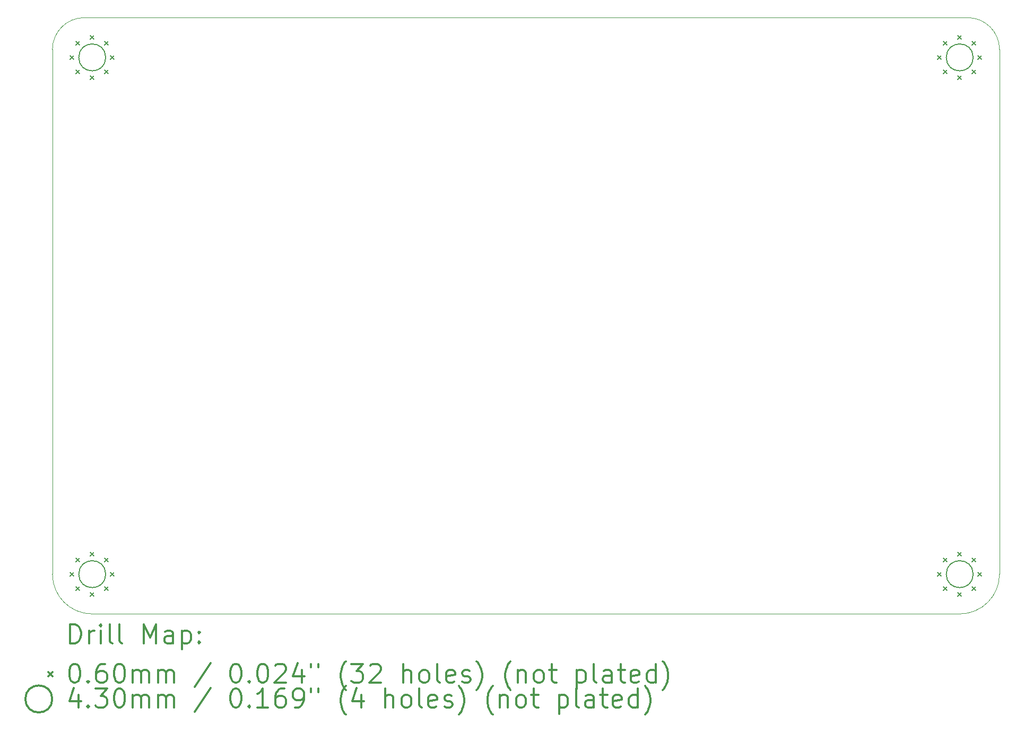
<source format=gbr>
%FSLAX45Y45*%
G04 Gerber Fmt 4.5, Leading zero omitted, Abs format (unit mm)*
G04 Created by KiCad (PCBNEW (5.1.8)-1) date 2021-01-13 10:36:35*
%MOMM*%
%LPD*%
G01*
G04 APERTURE LIST*
%TA.AperFunction,Profile*%
%ADD10C,0.050000*%
%TD*%
%ADD11C,0.200000*%
%ADD12C,0.300000*%
G04 APERTURE END LIST*
D10*
X13335000Y-1778000D02*
X13335000Y-10160000D01*
X27940000Y-1270000D02*
X13843000Y-1270000D01*
X28448000Y-1778000D02*
X28448000Y-10160000D01*
X13970000Y-10795000D02*
X27813000Y-10795000D01*
X13335000Y-1778000D02*
G75*
G02*
X13843000Y-1270000I508000J0D01*
G01*
X27940000Y-1270000D02*
G75*
G02*
X28448000Y-1778000I0J-508000D01*
G01*
X13970000Y-10795000D02*
G75*
G02*
X13335000Y-10160000I0J635000D01*
G01*
X28448000Y-10160000D02*
G75*
G02*
X27813000Y-10795000I-635000J0D01*
G01*
D11*
X13617500Y-1875000D02*
X13677500Y-1935000D01*
X13677500Y-1875000D02*
X13617500Y-1935000D01*
X13711958Y-1646958D02*
X13771958Y-1706958D01*
X13771958Y-1646958D02*
X13711958Y-1706958D01*
X13711958Y-2103042D02*
X13771958Y-2163042D01*
X13771958Y-2103042D02*
X13711958Y-2163042D01*
X13940000Y-1552500D02*
X14000000Y-1612500D01*
X14000000Y-1552500D02*
X13940000Y-1612500D01*
X13940000Y-2197500D02*
X14000000Y-2257500D01*
X14000000Y-2197500D02*
X13940000Y-2257500D01*
X14168042Y-1646958D02*
X14228042Y-1706958D01*
X14228042Y-1646958D02*
X14168042Y-1706958D01*
X14168042Y-2103042D02*
X14228042Y-2163042D01*
X14228042Y-2103042D02*
X14168042Y-2163042D01*
X14262500Y-1875000D02*
X14322500Y-1935000D01*
X14322500Y-1875000D02*
X14262500Y-1935000D01*
X27460500Y-10130000D02*
X27520500Y-10190000D01*
X27520500Y-10130000D02*
X27460500Y-10190000D01*
X27554958Y-9901958D02*
X27614958Y-9961958D01*
X27614958Y-9901958D02*
X27554958Y-9961958D01*
X27554958Y-10358042D02*
X27614958Y-10418042D01*
X27614958Y-10358042D02*
X27554958Y-10418042D01*
X27783000Y-9807500D02*
X27843000Y-9867500D01*
X27843000Y-9807500D02*
X27783000Y-9867500D01*
X27783000Y-10452500D02*
X27843000Y-10512500D01*
X27843000Y-10452500D02*
X27783000Y-10512500D01*
X28011042Y-9901958D02*
X28071042Y-9961958D01*
X28071042Y-9901958D02*
X28011042Y-9961958D01*
X28011042Y-10358042D02*
X28071042Y-10418042D01*
X28071042Y-10358042D02*
X28011042Y-10418042D01*
X28105500Y-10130000D02*
X28165500Y-10190000D01*
X28165500Y-10130000D02*
X28105500Y-10190000D01*
X27460500Y-1875000D02*
X27520500Y-1935000D01*
X27520500Y-1875000D02*
X27460500Y-1935000D01*
X27554958Y-1646958D02*
X27614958Y-1706958D01*
X27614958Y-1646958D02*
X27554958Y-1706958D01*
X27554958Y-2103042D02*
X27614958Y-2163042D01*
X27614958Y-2103042D02*
X27554958Y-2163042D01*
X27783000Y-1552500D02*
X27843000Y-1612500D01*
X27843000Y-1552500D02*
X27783000Y-1612500D01*
X27783000Y-2197500D02*
X27843000Y-2257500D01*
X27843000Y-2197500D02*
X27783000Y-2257500D01*
X28011042Y-1646958D02*
X28071042Y-1706958D01*
X28071042Y-1646958D02*
X28011042Y-1706958D01*
X28011042Y-2103042D02*
X28071042Y-2163042D01*
X28071042Y-2103042D02*
X28011042Y-2163042D01*
X28105500Y-1875000D02*
X28165500Y-1935000D01*
X28165500Y-1875000D02*
X28105500Y-1935000D01*
X13617500Y-10130000D02*
X13677500Y-10190000D01*
X13677500Y-10130000D02*
X13617500Y-10190000D01*
X13711958Y-9901958D02*
X13771958Y-9961958D01*
X13771958Y-9901958D02*
X13711958Y-9961958D01*
X13711958Y-10358042D02*
X13771958Y-10418042D01*
X13771958Y-10358042D02*
X13711958Y-10418042D01*
X13940000Y-9807500D02*
X14000000Y-9867500D01*
X14000000Y-9807500D02*
X13940000Y-9867500D01*
X13940000Y-10452500D02*
X14000000Y-10512500D01*
X14000000Y-10452500D02*
X13940000Y-10512500D01*
X14168042Y-9901958D02*
X14228042Y-9961958D01*
X14228042Y-9901958D02*
X14168042Y-9961958D01*
X14168042Y-10358042D02*
X14228042Y-10418042D01*
X14228042Y-10358042D02*
X14168042Y-10418042D01*
X14262500Y-10130000D02*
X14322500Y-10190000D01*
X14322500Y-10130000D02*
X14262500Y-10190000D01*
X14185000Y-1905000D02*
G75*
G03*
X14185000Y-1905000I-215000J0D01*
G01*
X28028000Y-10160000D02*
G75*
G03*
X28028000Y-10160000I-215000J0D01*
G01*
X28028000Y-1905000D02*
G75*
G03*
X28028000Y-1905000I-215000J0D01*
G01*
X14185000Y-10160000D02*
G75*
G03*
X14185000Y-10160000I-215000J0D01*
G01*
D12*
X13618928Y-11263214D02*
X13618928Y-10963214D01*
X13690357Y-10963214D01*
X13733214Y-10977500D01*
X13761786Y-11006072D01*
X13776071Y-11034643D01*
X13790357Y-11091786D01*
X13790357Y-11134643D01*
X13776071Y-11191786D01*
X13761786Y-11220357D01*
X13733214Y-11248929D01*
X13690357Y-11263214D01*
X13618928Y-11263214D01*
X13918928Y-11263214D02*
X13918928Y-11063214D01*
X13918928Y-11120357D02*
X13933214Y-11091786D01*
X13947500Y-11077500D01*
X13976071Y-11063214D01*
X14004643Y-11063214D01*
X14104643Y-11263214D02*
X14104643Y-11063214D01*
X14104643Y-10963214D02*
X14090357Y-10977500D01*
X14104643Y-10991786D01*
X14118928Y-10977500D01*
X14104643Y-10963214D01*
X14104643Y-10991786D01*
X14290357Y-11263214D02*
X14261786Y-11248929D01*
X14247500Y-11220357D01*
X14247500Y-10963214D01*
X14447500Y-11263214D02*
X14418928Y-11248929D01*
X14404643Y-11220357D01*
X14404643Y-10963214D01*
X14790357Y-11263214D02*
X14790357Y-10963214D01*
X14890357Y-11177500D01*
X14990357Y-10963214D01*
X14990357Y-11263214D01*
X15261786Y-11263214D02*
X15261786Y-11106072D01*
X15247500Y-11077500D01*
X15218928Y-11063214D01*
X15161786Y-11063214D01*
X15133214Y-11077500D01*
X15261786Y-11248929D02*
X15233214Y-11263214D01*
X15161786Y-11263214D01*
X15133214Y-11248929D01*
X15118928Y-11220357D01*
X15118928Y-11191786D01*
X15133214Y-11163214D01*
X15161786Y-11148929D01*
X15233214Y-11148929D01*
X15261786Y-11134643D01*
X15404643Y-11063214D02*
X15404643Y-11363214D01*
X15404643Y-11077500D02*
X15433214Y-11063214D01*
X15490357Y-11063214D01*
X15518928Y-11077500D01*
X15533214Y-11091786D01*
X15547500Y-11120357D01*
X15547500Y-11206071D01*
X15533214Y-11234643D01*
X15518928Y-11248929D01*
X15490357Y-11263214D01*
X15433214Y-11263214D01*
X15404643Y-11248929D01*
X15676071Y-11234643D02*
X15690357Y-11248929D01*
X15676071Y-11263214D01*
X15661786Y-11248929D01*
X15676071Y-11234643D01*
X15676071Y-11263214D01*
X15676071Y-11077500D02*
X15690357Y-11091786D01*
X15676071Y-11106072D01*
X15661786Y-11091786D01*
X15676071Y-11077500D01*
X15676071Y-11106072D01*
X13272500Y-11727500D02*
X13332500Y-11787500D01*
X13332500Y-11727500D02*
X13272500Y-11787500D01*
X13676071Y-11593214D02*
X13704643Y-11593214D01*
X13733214Y-11607500D01*
X13747500Y-11621786D01*
X13761786Y-11650357D01*
X13776071Y-11707500D01*
X13776071Y-11778929D01*
X13761786Y-11836071D01*
X13747500Y-11864643D01*
X13733214Y-11878929D01*
X13704643Y-11893214D01*
X13676071Y-11893214D01*
X13647500Y-11878929D01*
X13633214Y-11864643D01*
X13618928Y-11836071D01*
X13604643Y-11778929D01*
X13604643Y-11707500D01*
X13618928Y-11650357D01*
X13633214Y-11621786D01*
X13647500Y-11607500D01*
X13676071Y-11593214D01*
X13904643Y-11864643D02*
X13918928Y-11878929D01*
X13904643Y-11893214D01*
X13890357Y-11878929D01*
X13904643Y-11864643D01*
X13904643Y-11893214D01*
X14176071Y-11593214D02*
X14118928Y-11593214D01*
X14090357Y-11607500D01*
X14076071Y-11621786D01*
X14047500Y-11664643D01*
X14033214Y-11721786D01*
X14033214Y-11836071D01*
X14047500Y-11864643D01*
X14061786Y-11878929D01*
X14090357Y-11893214D01*
X14147500Y-11893214D01*
X14176071Y-11878929D01*
X14190357Y-11864643D01*
X14204643Y-11836071D01*
X14204643Y-11764643D01*
X14190357Y-11736071D01*
X14176071Y-11721786D01*
X14147500Y-11707500D01*
X14090357Y-11707500D01*
X14061786Y-11721786D01*
X14047500Y-11736071D01*
X14033214Y-11764643D01*
X14390357Y-11593214D02*
X14418928Y-11593214D01*
X14447500Y-11607500D01*
X14461786Y-11621786D01*
X14476071Y-11650357D01*
X14490357Y-11707500D01*
X14490357Y-11778929D01*
X14476071Y-11836071D01*
X14461786Y-11864643D01*
X14447500Y-11878929D01*
X14418928Y-11893214D01*
X14390357Y-11893214D01*
X14361786Y-11878929D01*
X14347500Y-11864643D01*
X14333214Y-11836071D01*
X14318928Y-11778929D01*
X14318928Y-11707500D01*
X14333214Y-11650357D01*
X14347500Y-11621786D01*
X14361786Y-11607500D01*
X14390357Y-11593214D01*
X14618928Y-11893214D02*
X14618928Y-11693214D01*
X14618928Y-11721786D02*
X14633214Y-11707500D01*
X14661786Y-11693214D01*
X14704643Y-11693214D01*
X14733214Y-11707500D01*
X14747500Y-11736071D01*
X14747500Y-11893214D01*
X14747500Y-11736071D02*
X14761786Y-11707500D01*
X14790357Y-11693214D01*
X14833214Y-11693214D01*
X14861786Y-11707500D01*
X14876071Y-11736071D01*
X14876071Y-11893214D01*
X15018928Y-11893214D02*
X15018928Y-11693214D01*
X15018928Y-11721786D02*
X15033214Y-11707500D01*
X15061786Y-11693214D01*
X15104643Y-11693214D01*
X15133214Y-11707500D01*
X15147500Y-11736071D01*
X15147500Y-11893214D01*
X15147500Y-11736071D02*
X15161786Y-11707500D01*
X15190357Y-11693214D01*
X15233214Y-11693214D01*
X15261786Y-11707500D01*
X15276071Y-11736071D01*
X15276071Y-11893214D01*
X15861786Y-11578929D02*
X15604643Y-11964643D01*
X16247500Y-11593214D02*
X16276071Y-11593214D01*
X16304643Y-11607500D01*
X16318928Y-11621786D01*
X16333214Y-11650357D01*
X16347500Y-11707500D01*
X16347500Y-11778929D01*
X16333214Y-11836071D01*
X16318928Y-11864643D01*
X16304643Y-11878929D01*
X16276071Y-11893214D01*
X16247500Y-11893214D01*
X16218928Y-11878929D01*
X16204643Y-11864643D01*
X16190357Y-11836071D01*
X16176071Y-11778929D01*
X16176071Y-11707500D01*
X16190357Y-11650357D01*
X16204643Y-11621786D01*
X16218928Y-11607500D01*
X16247500Y-11593214D01*
X16476071Y-11864643D02*
X16490357Y-11878929D01*
X16476071Y-11893214D01*
X16461786Y-11878929D01*
X16476071Y-11864643D01*
X16476071Y-11893214D01*
X16676071Y-11593214D02*
X16704643Y-11593214D01*
X16733214Y-11607500D01*
X16747500Y-11621786D01*
X16761786Y-11650357D01*
X16776071Y-11707500D01*
X16776071Y-11778929D01*
X16761786Y-11836071D01*
X16747500Y-11864643D01*
X16733214Y-11878929D01*
X16704643Y-11893214D01*
X16676071Y-11893214D01*
X16647500Y-11878929D01*
X16633214Y-11864643D01*
X16618928Y-11836071D01*
X16604643Y-11778929D01*
X16604643Y-11707500D01*
X16618928Y-11650357D01*
X16633214Y-11621786D01*
X16647500Y-11607500D01*
X16676071Y-11593214D01*
X16890357Y-11621786D02*
X16904643Y-11607500D01*
X16933214Y-11593214D01*
X17004643Y-11593214D01*
X17033214Y-11607500D01*
X17047500Y-11621786D01*
X17061786Y-11650357D01*
X17061786Y-11678929D01*
X17047500Y-11721786D01*
X16876071Y-11893214D01*
X17061786Y-11893214D01*
X17318928Y-11693214D02*
X17318928Y-11893214D01*
X17247500Y-11578929D02*
X17176071Y-11793214D01*
X17361786Y-11793214D01*
X17461786Y-11593214D02*
X17461786Y-11650357D01*
X17576071Y-11593214D02*
X17576071Y-11650357D01*
X18018928Y-12007500D02*
X18004643Y-11993214D01*
X17976071Y-11950357D01*
X17961786Y-11921786D01*
X17947500Y-11878929D01*
X17933214Y-11807500D01*
X17933214Y-11750357D01*
X17947500Y-11678929D01*
X17961786Y-11636071D01*
X17976071Y-11607500D01*
X18004643Y-11564643D01*
X18018928Y-11550357D01*
X18104643Y-11593214D02*
X18290357Y-11593214D01*
X18190357Y-11707500D01*
X18233214Y-11707500D01*
X18261786Y-11721786D01*
X18276071Y-11736071D01*
X18290357Y-11764643D01*
X18290357Y-11836071D01*
X18276071Y-11864643D01*
X18261786Y-11878929D01*
X18233214Y-11893214D01*
X18147500Y-11893214D01*
X18118928Y-11878929D01*
X18104643Y-11864643D01*
X18404643Y-11621786D02*
X18418928Y-11607500D01*
X18447500Y-11593214D01*
X18518928Y-11593214D01*
X18547500Y-11607500D01*
X18561786Y-11621786D01*
X18576071Y-11650357D01*
X18576071Y-11678929D01*
X18561786Y-11721786D01*
X18390357Y-11893214D01*
X18576071Y-11893214D01*
X18933214Y-11893214D02*
X18933214Y-11593214D01*
X19061786Y-11893214D02*
X19061786Y-11736071D01*
X19047500Y-11707500D01*
X19018928Y-11693214D01*
X18976071Y-11693214D01*
X18947500Y-11707500D01*
X18933214Y-11721786D01*
X19247500Y-11893214D02*
X19218928Y-11878929D01*
X19204643Y-11864643D01*
X19190357Y-11836071D01*
X19190357Y-11750357D01*
X19204643Y-11721786D01*
X19218928Y-11707500D01*
X19247500Y-11693214D01*
X19290357Y-11693214D01*
X19318928Y-11707500D01*
X19333214Y-11721786D01*
X19347500Y-11750357D01*
X19347500Y-11836071D01*
X19333214Y-11864643D01*
X19318928Y-11878929D01*
X19290357Y-11893214D01*
X19247500Y-11893214D01*
X19518928Y-11893214D02*
X19490357Y-11878929D01*
X19476071Y-11850357D01*
X19476071Y-11593214D01*
X19747500Y-11878929D02*
X19718928Y-11893214D01*
X19661786Y-11893214D01*
X19633214Y-11878929D01*
X19618928Y-11850357D01*
X19618928Y-11736071D01*
X19633214Y-11707500D01*
X19661786Y-11693214D01*
X19718928Y-11693214D01*
X19747500Y-11707500D01*
X19761786Y-11736071D01*
X19761786Y-11764643D01*
X19618928Y-11793214D01*
X19876071Y-11878929D02*
X19904643Y-11893214D01*
X19961786Y-11893214D01*
X19990357Y-11878929D01*
X20004643Y-11850357D01*
X20004643Y-11836071D01*
X19990357Y-11807500D01*
X19961786Y-11793214D01*
X19918928Y-11793214D01*
X19890357Y-11778929D01*
X19876071Y-11750357D01*
X19876071Y-11736071D01*
X19890357Y-11707500D01*
X19918928Y-11693214D01*
X19961786Y-11693214D01*
X19990357Y-11707500D01*
X20104643Y-12007500D02*
X20118928Y-11993214D01*
X20147500Y-11950357D01*
X20161786Y-11921786D01*
X20176071Y-11878929D01*
X20190357Y-11807500D01*
X20190357Y-11750357D01*
X20176071Y-11678929D01*
X20161786Y-11636071D01*
X20147500Y-11607500D01*
X20118928Y-11564643D01*
X20104643Y-11550357D01*
X20647500Y-12007500D02*
X20633214Y-11993214D01*
X20604643Y-11950357D01*
X20590357Y-11921786D01*
X20576071Y-11878929D01*
X20561786Y-11807500D01*
X20561786Y-11750357D01*
X20576071Y-11678929D01*
X20590357Y-11636071D01*
X20604643Y-11607500D01*
X20633214Y-11564643D01*
X20647500Y-11550357D01*
X20761786Y-11693214D02*
X20761786Y-11893214D01*
X20761786Y-11721786D02*
X20776071Y-11707500D01*
X20804643Y-11693214D01*
X20847500Y-11693214D01*
X20876071Y-11707500D01*
X20890357Y-11736071D01*
X20890357Y-11893214D01*
X21076071Y-11893214D02*
X21047500Y-11878929D01*
X21033214Y-11864643D01*
X21018928Y-11836071D01*
X21018928Y-11750357D01*
X21033214Y-11721786D01*
X21047500Y-11707500D01*
X21076071Y-11693214D01*
X21118928Y-11693214D01*
X21147500Y-11707500D01*
X21161786Y-11721786D01*
X21176071Y-11750357D01*
X21176071Y-11836071D01*
X21161786Y-11864643D01*
X21147500Y-11878929D01*
X21118928Y-11893214D01*
X21076071Y-11893214D01*
X21261786Y-11693214D02*
X21376071Y-11693214D01*
X21304643Y-11593214D02*
X21304643Y-11850357D01*
X21318928Y-11878929D01*
X21347500Y-11893214D01*
X21376071Y-11893214D01*
X21704643Y-11693214D02*
X21704643Y-11993214D01*
X21704643Y-11707500D02*
X21733214Y-11693214D01*
X21790357Y-11693214D01*
X21818928Y-11707500D01*
X21833214Y-11721786D01*
X21847500Y-11750357D01*
X21847500Y-11836071D01*
X21833214Y-11864643D01*
X21818928Y-11878929D01*
X21790357Y-11893214D01*
X21733214Y-11893214D01*
X21704643Y-11878929D01*
X22018928Y-11893214D02*
X21990357Y-11878929D01*
X21976071Y-11850357D01*
X21976071Y-11593214D01*
X22261786Y-11893214D02*
X22261786Y-11736071D01*
X22247500Y-11707500D01*
X22218928Y-11693214D01*
X22161786Y-11693214D01*
X22133214Y-11707500D01*
X22261786Y-11878929D02*
X22233214Y-11893214D01*
X22161786Y-11893214D01*
X22133214Y-11878929D01*
X22118928Y-11850357D01*
X22118928Y-11821786D01*
X22133214Y-11793214D01*
X22161786Y-11778929D01*
X22233214Y-11778929D01*
X22261786Y-11764643D01*
X22361786Y-11693214D02*
X22476071Y-11693214D01*
X22404643Y-11593214D02*
X22404643Y-11850357D01*
X22418928Y-11878929D01*
X22447500Y-11893214D01*
X22476071Y-11893214D01*
X22690357Y-11878929D02*
X22661786Y-11893214D01*
X22604643Y-11893214D01*
X22576071Y-11878929D01*
X22561786Y-11850357D01*
X22561786Y-11736071D01*
X22576071Y-11707500D01*
X22604643Y-11693214D01*
X22661786Y-11693214D01*
X22690357Y-11707500D01*
X22704643Y-11736071D01*
X22704643Y-11764643D01*
X22561786Y-11793214D01*
X22961786Y-11893214D02*
X22961786Y-11593214D01*
X22961786Y-11878929D02*
X22933214Y-11893214D01*
X22876071Y-11893214D01*
X22847500Y-11878929D01*
X22833214Y-11864643D01*
X22818928Y-11836071D01*
X22818928Y-11750357D01*
X22833214Y-11721786D01*
X22847500Y-11707500D01*
X22876071Y-11693214D01*
X22933214Y-11693214D01*
X22961786Y-11707500D01*
X23076071Y-12007500D02*
X23090357Y-11993214D01*
X23118928Y-11950357D01*
X23133214Y-11921786D01*
X23147500Y-11878929D01*
X23161786Y-11807500D01*
X23161786Y-11750357D01*
X23147500Y-11678929D01*
X23133214Y-11636071D01*
X23118928Y-11607500D01*
X23090357Y-11564643D01*
X23076071Y-11550357D01*
X13332500Y-12153500D02*
G75*
G03*
X13332500Y-12153500I-215000J0D01*
G01*
X13747500Y-12089214D02*
X13747500Y-12289214D01*
X13676071Y-11974929D02*
X13604643Y-12189214D01*
X13790357Y-12189214D01*
X13904643Y-12260643D02*
X13918928Y-12274929D01*
X13904643Y-12289214D01*
X13890357Y-12274929D01*
X13904643Y-12260643D01*
X13904643Y-12289214D01*
X14018928Y-11989214D02*
X14204643Y-11989214D01*
X14104643Y-12103500D01*
X14147500Y-12103500D01*
X14176071Y-12117786D01*
X14190357Y-12132071D01*
X14204643Y-12160643D01*
X14204643Y-12232071D01*
X14190357Y-12260643D01*
X14176071Y-12274929D01*
X14147500Y-12289214D01*
X14061786Y-12289214D01*
X14033214Y-12274929D01*
X14018928Y-12260643D01*
X14390357Y-11989214D02*
X14418928Y-11989214D01*
X14447500Y-12003500D01*
X14461786Y-12017786D01*
X14476071Y-12046357D01*
X14490357Y-12103500D01*
X14490357Y-12174929D01*
X14476071Y-12232071D01*
X14461786Y-12260643D01*
X14447500Y-12274929D01*
X14418928Y-12289214D01*
X14390357Y-12289214D01*
X14361786Y-12274929D01*
X14347500Y-12260643D01*
X14333214Y-12232071D01*
X14318928Y-12174929D01*
X14318928Y-12103500D01*
X14333214Y-12046357D01*
X14347500Y-12017786D01*
X14361786Y-12003500D01*
X14390357Y-11989214D01*
X14618928Y-12289214D02*
X14618928Y-12089214D01*
X14618928Y-12117786D02*
X14633214Y-12103500D01*
X14661786Y-12089214D01*
X14704643Y-12089214D01*
X14733214Y-12103500D01*
X14747500Y-12132071D01*
X14747500Y-12289214D01*
X14747500Y-12132071D02*
X14761786Y-12103500D01*
X14790357Y-12089214D01*
X14833214Y-12089214D01*
X14861786Y-12103500D01*
X14876071Y-12132071D01*
X14876071Y-12289214D01*
X15018928Y-12289214D02*
X15018928Y-12089214D01*
X15018928Y-12117786D02*
X15033214Y-12103500D01*
X15061786Y-12089214D01*
X15104643Y-12089214D01*
X15133214Y-12103500D01*
X15147500Y-12132071D01*
X15147500Y-12289214D01*
X15147500Y-12132071D02*
X15161786Y-12103500D01*
X15190357Y-12089214D01*
X15233214Y-12089214D01*
X15261786Y-12103500D01*
X15276071Y-12132071D01*
X15276071Y-12289214D01*
X15861786Y-11974929D02*
X15604643Y-12360643D01*
X16247500Y-11989214D02*
X16276071Y-11989214D01*
X16304643Y-12003500D01*
X16318928Y-12017786D01*
X16333214Y-12046357D01*
X16347500Y-12103500D01*
X16347500Y-12174929D01*
X16333214Y-12232071D01*
X16318928Y-12260643D01*
X16304643Y-12274929D01*
X16276071Y-12289214D01*
X16247500Y-12289214D01*
X16218928Y-12274929D01*
X16204643Y-12260643D01*
X16190357Y-12232071D01*
X16176071Y-12174929D01*
X16176071Y-12103500D01*
X16190357Y-12046357D01*
X16204643Y-12017786D01*
X16218928Y-12003500D01*
X16247500Y-11989214D01*
X16476071Y-12260643D02*
X16490357Y-12274929D01*
X16476071Y-12289214D01*
X16461786Y-12274929D01*
X16476071Y-12260643D01*
X16476071Y-12289214D01*
X16776071Y-12289214D02*
X16604643Y-12289214D01*
X16690357Y-12289214D02*
X16690357Y-11989214D01*
X16661786Y-12032071D01*
X16633214Y-12060643D01*
X16604643Y-12074929D01*
X17033214Y-11989214D02*
X16976071Y-11989214D01*
X16947500Y-12003500D01*
X16933214Y-12017786D01*
X16904643Y-12060643D01*
X16890357Y-12117786D01*
X16890357Y-12232071D01*
X16904643Y-12260643D01*
X16918928Y-12274929D01*
X16947500Y-12289214D01*
X17004643Y-12289214D01*
X17033214Y-12274929D01*
X17047500Y-12260643D01*
X17061786Y-12232071D01*
X17061786Y-12160643D01*
X17047500Y-12132071D01*
X17033214Y-12117786D01*
X17004643Y-12103500D01*
X16947500Y-12103500D01*
X16918928Y-12117786D01*
X16904643Y-12132071D01*
X16890357Y-12160643D01*
X17204643Y-12289214D02*
X17261786Y-12289214D01*
X17290357Y-12274929D01*
X17304643Y-12260643D01*
X17333214Y-12217786D01*
X17347500Y-12160643D01*
X17347500Y-12046357D01*
X17333214Y-12017786D01*
X17318928Y-12003500D01*
X17290357Y-11989214D01*
X17233214Y-11989214D01*
X17204643Y-12003500D01*
X17190357Y-12017786D01*
X17176071Y-12046357D01*
X17176071Y-12117786D01*
X17190357Y-12146357D01*
X17204643Y-12160643D01*
X17233214Y-12174929D01*
X17290357Y-12174929D01*
X17318928Y-12160643D01*
X17333214Y-12146357D01*
X17347500Y-12117786D01*
X17461786Y-11989214D02*
X17461786Y-12046357D01*
X17576071Y-11989214D02*
X17576071Y-12046357D01*
X18018928Y-12403500D02*
X18004643Y-12389214D01*
X17976071Y-12346357D01*
X17961786Y-12317786D01*
X17947500Y-12274929D01*
X17933214Y-12203500D01*
X17933214Y-12146357D01*
X17947500Y-12074929D01*
X17961786Y-12032071D01*
X17976071Y-12003500D01*
X18004643Y-11960643D01*
X18018928Y-11946357D01*
X18261786Y-12089214D02*
X18261786Y-12289214D01*
X18190357Y-11974929D02*
X18118928Y-12189214D01*
X18304643Y-12189214D01*
X18647500Y-12289214D02*
X18647500Y-11989214D01*
X18776071Y-12289214D02*
X18776071Y-12132071D01*
X18761786Y-12103500D01*
X18733214Y-12089214D01*
X18690357Y-12089214D01*
X18661786Y-12103500D01*
X18647500Y-12117786D01*
X18961786Y-12289214D02*
X18933214Y-12274929D01*
X18918928Y-12260643D01*
X18904643Y-12232071D01*
X18904643Y-12146357D01*
X18918928Y-12117786D01*
X18933214Y-12103500D01*
X18961786Y-12089214D01*
X19004643Y-12089214D01*
X19033214Y-12103500D01*
X19047500Y-12117786D01*
X19061786Y-12146357D01*
X19061786Y-12232071D01*
X19047500Y-12260643D01*
X19033214Y-12274929D01*
X19004643Y-12289214D01*
X18961786Y-12289214D01*
X19233214Y-12289214D02*
X19204643Y-12274929D01*
X19190357Y-12246357D01*
X19190357Y-11989214D01*
X19461786Y-12274929D02*
X19433214Y-12289214D01*
X19376071Y-12289214D01*
X19347500Y-12274929D01*
X19333214Y-12246357D01*
X19333214Y-12132071D01*
X19347500Y-12103500D01*
X19376071Y-12089214D01*
X19433214Y-12089214D01*
X19461786Y-12103500D01*
X19476071Y-12132071D01*
X19476071Y-12160643D01*
X19333214Y-12189214D01*
X19590357Y-12274929D02*
X19618928Y-12289214D01*
X19676071Y-12289214D01*
X19704643Y-12274929D01*
X19718928Y-12246357D01*
X19718928Y-12232071D01*
X19704643Y-12203500D01*
X19676071Y-12189214D01*
X19633214Y-12189214D01*
X19604643Y-12174929D01*
X19590357Y-12146357D01*
X19590357Y-12132071D01*
X19604643Y-12103500D01*
X19633214Y-12089214D01*
X19676071Y-12089214D01*
X19704643Y-12103500D01*
X19818928Y-12403500D02*
X19833214Y-12389214D01*
X19861786Y-12346357D01*
X19876071Y-12317786D01*
X19890357Y-12274929D01*
X19904643Y-12203500D01*
X19904643Y-12146357D01*
X19890357Y-12074929D01*
X19876071Y-12032071D01*
X19861786Y-12003500D01*
X19833214Y-11960643D01*
X19818928Y-11946357D01*
X20361786Y-12403500D02*
X20347500Y-12389214D01*
X20318928Y-12346357D01*
X20304643Y-12317786D01*
X20290357Y-12274929D01*
X20276071Y-12203500D01*
X20276071Y-12146357D01*
X20290357Y-12074929D01*
X20304643Y-12032071D01*
X20318928Y-12003500D01*
X20347500Y-11960643D01*
X20361786Y-11946357D01*
X20476071Y-12089214D02*
X20476071Y-12289214D01*
X20476071Y-12117786D02*
X20490357Y-12103500D01*
X20518928Y-12089214D01*
X20561786Y-12089214D01*
X20590357Y-12103500D01*
X20604643Y-12132071D01*
X20604643Y-12289214D01*
X20790357Y-12289214D02*
X20761786Y-12274929D01*
X20747500Y-12260643D01*
X20733214Y-12232071D01*
X20733214Y-12146357D01*
X20747500Y-12117786D01*
X20761786Y-12103500D01*
X20790357Y-12089214D01*
X20833214Y-12089214D01*
X20861786Y-12103500D01*
X20876071Y-12117786D01*
X20890357Y-12146357D01*
X20890357Y-12232071D01*
X20876071Y-12260643D01*
X20861786Y-12274929D01*
X20833214Y-12289214D01*
X20790357Y-12289214D01*
X20976071Y-12089214D02*
X21090357Y-12089214D01*
X21018928Y-11989214D02*
X21018928Y-12246357D01*
X21033214Y-12274929D01*
X21061786Y-12289214D01*
X21090357Y-12289214D01*
X21418928Y-12089214D02*
X21418928Y-12389214D01*
X21418928Y-12103500D02*
X21447500Y-12089214D01*
X21504643Y-12089214D01*
X21533214Y-12103500D01*
X21547500Y-12117786D01*
X21561786Y-12146357D01*
X21561786Y-12232071D01*
X21547500Y-12260643D01*
X21533214Y-12274929D01*
X21504643Y-12289214D01*
X21447500Y-12289214D01*
X21418928Y-12274929D01*
X21733214Y-12289214D02*
X21704643Y-12274929D01*
X21690357Y-12246357D01*
X21690357Y-11989214D01*
X21976071Y-12289214D02*
X21976071Y-12132071D01*
X21961786Y-12103500D01*
X21933214Y-12089214D01*
X21876071Y-12089214D01*
X21847500Y-12103500D01*
X21976071Y-12274929D02*
X21947500Y-12289214D01*
X21876071Y-12289214D01*
X21847500Y-12274929D01*
X21833214Y-12246357D01*
X21833214Y-12217786D01*
X21847500Y-12189214D01*
X21876071Y-12174929D01*
X21947500Y-12174929D01*
X21976071Y-12160643D01*
X22076071Y-12089214D02*
X22190357Y-12089214D01*
X22118928Y-11989214D02*
X22118928Y-12246357D01*
X22133214Y-12274929D01*
X22161786Y-12289214D01*
X22190357Y-12289214D01*
X22404643Y-12274929D02*
X22376071Y-12289214D01*
X22318928Y-12289214D01*
X22290357Y-12274929D01*
X22276071Y-12246357D01*
X22276071Y-12132071D01*
X22290357Y-12103500D01*
X22318928Y-12089214D01*
X22376071Y-12089214D01*
X22404643Y-12103500D01*
X22418928Y-12132071D01*
X22418928Y-12160643D01*
X22276071Y-12189214D01*
X22676071Y-12289214D02*
X22676071Y-11989214D01*
X22676071Y-12274929D02*
X22647500Y-12289214D01*
X22590357Y-12289214D01*
X22561786Y-12274929D01*
X22547500Y-12260643D01*
X22533214Y-12232071D01*
X22533214Y-12146357D01*
X22547500Y-12117786D01*
X22561786Y-12103500D01*
X22590357Y-12089214D01*
X22647500Y-12089214D01*
X22676071Y-12103500D01*
X22790357Y-12403500D02*
X22804643Y-12389214D01*
X22833214Y-12346357D01*
X22847500Y-12317786D01*
X22861786Y-12274929D01*
X22876071Y-12203500D01*
X22876071Y-12146357D01*
X22861786Y-12074929D01*
X22847500Y-12032071D01*
X22833214Y-12003500D01*
X22804643Y-11960643D01*
X22790357Y-11946357D01*
M02*

</source>
